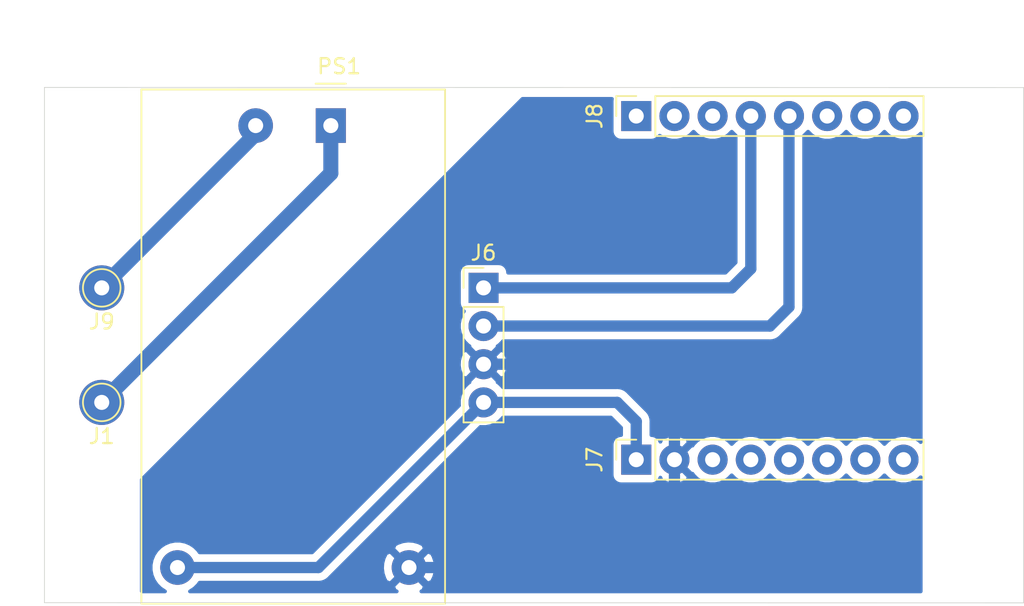
<source format=kicad_pcb>
(kicad_pcb (version 20171130) (host pcbnew "(5.0.2)-1")

  (general
    (thickness 1.6)
    (drawings 4)
    (tracks 21)
    (zones 0)
    (modules 6)
    (nets 7)
  )

  (page A4)
  (layers
    (0 F.Cu signal)
    (31 B.Cu signal)
    (32 B.Adhes user)
    (33 F.Adhes user)
    (34 B.Paste user)
    (35 F.Paste user)
    (36 B.SilkS user)
    (37 F.SilkS user)
    (38 B.Mask user)
    (39 F.Mask user)
    (40 Dwgs.User user)
    (41 Cmts.User user)
    (42 Eco1.User user)
    (43 Eco2.User user)
    (44 Edge.Cuts user)
    (45 Margin user)
    (46 B.CrtYd user)
    (47 F.CrtYd user)
    (48 B.Fab user)
    (49 F.Fab user)
  )

  (setup
    (last_trace_width 0.25)
    (user_trace_width 0.5)
    (user_trace_width 0.75)
    (user_trace_width 1)
    (trace_clearance 0.2)
    (zone_clearance 0.508)
    (zone_45_only no)
    (trace_min 0.2)
    (segment_width 0.2)
    (edge_width 0.05)
    (via_size 0.8)
    (via_drill 0.4)
    (via_min_size 0.4)
    (via_min_drill 0.3)
    (uvia_size 0.3)
    (uvia_drill 0.1)
    (uvias_allowed no)
    (uvia_min_size 0.2)
    (uvia_min_drill 0.1)
    (pcb_text_width 0.3)
    (pcb_text_size 1.5 1.5)
    (mod_edge_width 0.12)
    (mod_text_size 1 1)
    (mod_text_width 0.15)
    (pad_size 2 2)
    (pad_drill 1)
    (pad_to_mask_clearance 0)
    (solder_mask_min_width 0.25)
    (aux_axis_origin 0 0)
    (visible_elements 7FFFFFFF)
    (pcbplotparams
      (layerselection 0x00000_fffffffe)
      (usegerberextensions false)
      (usegerberattributes true)
      (usegerberadvancedattributes true)
      (creategerberjobfile true)
      (excludeedgelayer false)
      (linewidth 0.100000)
      (plotframeref false)
      (viasonmask false)
      (mode 1)
      (useauxorigin false)
      (hpglpennumber 1)
      (hpglpenspeed 20)
      (hpglpendiameter 15.000000)
      (psnegative false)
      (psa4output false)
      (plotreference false)
      (plotvalue false)
      (plotinvisibletext false)
      (padsonsilk true)
      (subtractmaskfromsilk false)
      (outputformat 5)
      (mirror false)
      (drillshape 1)
      (scaleselection 1)
      (outputdirectory ""))
  )

  (net 0 "")
  (net 1 "Net-(J1-Pad1)")
  (net 2 /ac_neutral)
  (net 3 /dc_5v)
  (net 4 /gnd)
  (net 5 /clk)
  (net 6 /dio)

  (net_class Default "This is the default net class."
    (clearance 0.2)
    (trace_width 0.25)
    (via_dia 0.8)
    (via_drill 0.4)
    (uvia_dia 0.3)
    (uvia_drill 0.1)
    (add_net /ac_neutral)
    (add_net /clk)
    (add_net /dc_5v)
    (add_net /dio)
    (add_net /gnd)
    (add_net "Net-(J1-Pad1)")
  )

  (module Connector_PinHeader_2.54mm:PinHeader_1x04_P2.54mm_Vertical (layer F.Cu) (tedit 5FEDAB0F) (tstamp 5FC96158)
    (at 52.07 29.21)
    (descr "Through hole straight pin header, 1x04, 2.54mm pitch, single row")
    (tags "Through hole pin header THT 1x04 2.54mm single row")
    (path /5FC9B056)
    (fp_text reference J6 (at 0 -2.33) (layer F.SilkS)
      (effects (font (size 1 1) (thickness 0.15)))
    )
    (fp_text value Conn_01x04_Male (at 0 9.95) (layer F.Fab)
      (effects (font (size 1 1) (thickness 0.15)))
    )
    (fp_line (start 1.8 -1.8) (end -1.8 -1.8) (layer F.CrtYd) (width 0.05))
    (fp_line (start 1.8 9.4) (end 1.8 -1.8) (layer F.CrtYd) (width 0.05))
    (fp_line (start -1.8 9.4) (end 1.8 9.4) (layer F.CrtYd) (width 0.05))
    (fp_line (start -1.8 -1.8) (end -1.8 9.4) (layer F.CrtYd) (width 0.05))
    (fp_line (start -1.33 -1.33) (end 0 -1.33) (layer F.SilkS) (width 0.12))
    (fp_line (start -1.33 0) (end -1.33 -1.33) (layer F.SilkS) (width 0.12))
    (fp_line (start -1.33 1.27) (end 1.33 1.27) (layer F.SilkS) (width 0.12))
    (fp_line (start 1.33 1.27) (end 1.33 8.95) (layer F.SilkS) (width 0.12))
    (fp_line (start -1.33 1.27) (end -1.33 8.95) (layer F.SilkS) (width 0.12))
    (fp_line (start -1.33 8.95) (end 1.33 8.95) (layer F.SilkS) (width 0.12))
    (fp_line (start -1.27 -0.635) (end -0.635 -1.27) (layer F.Fab) (width 0.1))
    (fp_line (start -1.27 8.89) (end -1.27 -0.635) (layer F.Fab) (width 0.1))
    (fp_line (start 1.27 8.89) (end -1.27 8.89) (layer F.Fab) (width 0.1))
    (fp_line (start 1.27 -1.27) (end 1.27 8.89) (layer F.Fab) (width 0.1))
    (fp_line (start -0.635 -1.27) (end 1.27 -1.27) (layer F.Fab) (width 0.1))
    (fp_text user %R (at 0 3.81 90) (layer F.Fab)
      (effects (font (size 1 1) (thickness 0.15)))
    )
    (pad 1 thru_hole rect (at 0 0) (size 2 2) (drill 1) (layers *.Cu *.Mask)
      (net 5 /clk))
    (pad 2 thru_hole circle (at 0 2.54) (size 2 2) (drill 1) (layers *.Cu *.Mask)
      (net 6 /dio))
    (pad 3 thru_hole circle (at 0 5.08) (size 2 2) (drill 1) (layers *.Cu *.Mask)
      (net 4 /gnd))
    (pad 4 thru_hole circle (at 0 7.62) (size 2 2) (drill 1) (layers *.Cu *.Mask)
      (net 3 /dc_5v))
    (model ${KISYS3DMOD}/Connector_PinHeader_2.54mm.3dshapes/PinHeader_1x04_P2.54mm_Vertical.wrl
      (at (xyz 0 0 0))
      (scale (xyz 1 1 1))
      (rotate (xyz 0 0 0))
    )
  )

  (module Connector_PinSocket_2.54mm:PinSocket_1x08_P2.54mm_Vertical (layer F.Cu) (tedit 5FC961AB) (tstamp 5FC96174)
    (at 62.23 40.64 90)
    (descr "Through hole straight socket strip, 1x08, 2.54mm pitch, single row (from Kicad 4.0.7), script generated")
    (tags "Through hole socket strip THT 1x08 2.54mm single row")
    (path /5FC9B915)
    (fp_text reference J7 (at 0 -2.77 90) (layer F.SilkS)
      (effects (font (size 1 1) (thickness 0.15)))
    )
    (fp_text value Conn_01x08_Female (at 0 20.55 90) (layer F.Fab)
      (effects (font (size 1 1) (thickness 0.15)))
    )
    (fp_line (start -1.8 19.55) (end -1.8 -1.8) (layer F.CrtYd) (width 0.05))
    (fp_line (start 1.75 19.55) (end -1.8 19.55) (layer F.CrtYd) (width 0.05))
    (fp_line (start 1.75 -1.8) (end 1.75 19.55) (layer F.CrtYd) (width 0.05))
    (fp_line (start -1.8 -1.8) (end 1.75 -1.8) (layer F.CrtYd) (width 0.05))
    (fp_line (start 0 -1.33) (end 1.33 -1.33) (layer F.SilkS) (width 0.12))
    (fp_line (start 1.33 -1.33) (end 1.33 0) (layer F.SilkS) (width 0.12))
    (fp_line (start 1.33 1.27) (end 1.33 19.11) (layer F.SilkS) (width 0.12))
    (fp_line (start -1.33 19.11) (end 1.33 19.11) (layer F.SilkS) (width 0.12))
    (fp_line (start -1.33 1.27) (end -1.33 19.11) (layer F.SilkS) (width 0.12))
    (fp_line (start -1.33 1.27) (end 1.33 1.27) (layer F.SilkS) (width 0.12))
    (fp_line (start -1.27 19.05) (end -1.27 -1.27) (layer F.Fab) (width 0.1))
    (fp_line (start 1.27 19.05) (end -1.27 19.05) (layer F.Fab) (width 0.1))
    (fp_line (start 1.27 -0.635) (end 1.27 19.05) (layer F.Fab) (width 0.1))
    (fp_line (start 0.635 -1.27) (end 1.27 -0.635) (layer F.Fab) (width 0.1))
    (fp_line (start -1.27 -1.27) (end 0.635 -1.27) (layer F.Fab) (width 0.1))
    (fp_text user %R (at 0 8.89) (layer F.Fab)
      (effects (font (size 1 1) (thickness 0.15)))
    )
    (pad 1 thru_hole rect (at 0 0 90) (size 2 2) (drill 1) (layers *.Cu *.Mask)
      (net 3 /dc_5v))
    (pad 2 thru_hole circle (at 0 2.54 90) (size 2 2) (drill 1) (layers *.Cu *.Mask)
      (net 4 /gnd))
    (pad 3 thru_hole circle (at 0 5.08 90) (size 2 2) (drill 1) (layers *.Cu *.Mask))
    (pad 4 thru_hole circle (at 0 7.62 90) (size 2 2) (drill 1) (layers *.Cu *.Mask))
    (pad 5 thru_hole circle (at 0 10.16 90) (size 2 2) (drill 1) (layers *.Cu *.Mask))
    (pad 6 thru_hole circle (at 0 12.7 90) (size 2 2) (drill 1) (layers *.Cu *.Mask))
    (pad 7 thru_hole circle (at 0 15.24 90) (size 2 2) (drill 1) (layers *.Cu *.Mask))
    (pad 8 thru_hole circle (at 0 17.78 90) (size 2 2) (drill 1) (layers *.Cu *.Mask))
    (model ${KISYS3DMOD}/Connector_PinSocket_2.54mm.3dshapes/PinSocket_1x08_P2.54mm_Vertical.wrl
      (at (xyz 0 0 0))
      (scale (xyz 1 1 1))
      (rotate (xyz 0 0 0))
    )
  )

  (module Connector_PinSocket_2.54mm:PinSocket_1x08_P2.54mm_Vertical (layer F.Cu) (tedit 5FC961C4) (tstamp 5FC96190)
    (at 62.23 17.78 90)
    (descr "Through hole straight socket strip, 1x08, 2.54mm pitch, single row (from Kicad 4.0.7), script generated")
    (tags "Through hole socket strip THT 1x08 2.54mm single row")
    (path /5FC9C10B)
    (fp_text reference J8 (at 0 -2.77 90) (layer F.SilkS)
      (effects (font (size 1 1) (thickness 0.15)))
    )
    (fp_text value Conn_01x08_Female (at 0 20.55 90) (layer F.Fab)
      (effects (font (size 1 1) (thickness 0.15)))
    )
    (fp_line (start -1.27 -1.27) (end 0.635 -1.27) (layer F.Fab) (width 0.1))
    (fp_line (start 0.635 -1.27) (end 1.27 -0.635) (layer F.Fab) (width 0.1))
    (fp_line (start 1.27 -0.635) (end 1.27 19.05) (layer F.Fab) (width 0.1))
    (fp_line (start 1.27 19.05) (end -1.27 19.05) (layer F.Fab) (width 0.1))
    (fp_line (start -1.27 19.05) (end -1.27 -1.27) (layer F.Fab) (width 0.1))
    (fp_line (start -1.33 1.27) (end 1.33 1.27) (layer F.SilkS) (width 0.12))
    (fp_line (start -1.33 1.27) (end -1.33 19.11) (layer F.SilkS) (width 0.12))
    (fp_line (start -1.33 19.11) (end 1.33 19.11) (layer F.SilkS) (width 0.12))
    (fp_line (start 1.33 1.27) (end 1.33 19.11) (layer F.SilkS) (width 0.12))
    (fp_line (start 1.33 -1.33) (end 1.33 0) (layer F.SilkS) (width 0.12))
    (fp_line (start 0 -1.33) (end 1.33 -1.33) (layer F.SilkS) (width 0.12))
    (fp_line (start -1.8 -1.8) (end 1.75 -1.8) (layer F.CrtYd) (width 0.05))
    (fp_line (start 1.75 -1.8) (end 1.75 19.55) (layer F.CrtYd) (width 0.05))
    (fp_line (start 1.75 19.55) (end -1.8 19.55) (layer F.CrtYd) (width 0.05))
    (fp_line (start -1.8 19.55) (end -1.8 -1.8) (layer F.CrtYd) (width 0.05))
    (fp_text user %R (at 0 8.89) (layer F.Fab)
      (effects (font (size 1 1) (thickness 0.15)))
    )
    (pad 8 thru_hole circle (at 0 17.78 90) (size 2 2) (drill 1) (layers *.Cu *.Mask))
    (pad 7 thru_hole circle (at 0 15.24 90) (size 2 2) (drill 1) (layers *.Cu *.Mask))
    (pad 6 thru_hole circle (at 0 12.7 90) (size 2 2) (drill 1) (layers *.Cu *.Mask))
    (pad 5 thru_hole circle (at 0 10.16 90) (size 2 2) (drill 1) (layers *.Cu *.Mask)
      (net 6 /dio))
    (pad 4 thru_hole circle (at 0 7.62 90) (size 2 2) (drill 1) (layers *.Cu *.Mask)
      (net 5 /clk))
    (pad 3 thru_hole circle (at 0 5.08 90) (size 2 2) (drill 1) (layers *.Cu *.Mask))
    (pad 2 thru_hole circle (at 0 2.54 90) (size 2 2) (drill 1) (layers *.Cu *.Mask))
    (pad 1 thru_hole rect (at 0 0 90) (size 2 2) (drill 1) (layers *.Cu *.Mask))
    (model ${KISYS3DMOD}/Connector_PinSocket_2.54mm.3dshapes/PinSocket_1x08_P2.54mm_Vertical.wrl
      (at (xyz 0 0 0))
      (scale (xyz 1 1 1))
      (rotate (xyz 0 0 0))
    )
  )

  (module Connector_Pin:Pin_D1.0mm_L10.0mm (layer F.Cu) (tedit 5FC958F4) (tstamp 5FC96FCE)
    (at 26.67 36.83)
    (descr "solder Pin_ diameter 1.0mm, hole diameter 1.0mm (press fit), length 10.0mm")
    (tags "solder Pin_ press fit")
    (path /5FCB40A9)
    (fp_text reference J1 (at 0 2.25) (layer F.SilkS)
      (effects (font (size 1 1) (thickness 0.15)))
    )
    (fp_text value Conn_01x01_Male (at 0 -2.05) (layer F.Fab)
      (effects (font (size 1 1) (thickness 0.15)))
    )
    (fp_circle (center 0 0) (end 1.5 0) (layer F.CrtYd) (width 0.05))
    (fp_circle (center 0 0) (end 0.5 0) (layer F.Fab) (width 0.12))
    (fp_circle (center 0 0) (end 1 0) (layer F.Fab) (width 0.12))
    (fp_circle (center 0 0) (end 1.25 0.05) (layer F.SilkS) (width 0.12))
    (fp_text user %R (at 0 2.25) (layer F.Fab)
      (effects (font (size 1 1) (thickness 0.15)))
    )
    (pad 1 thru_hole circle (at 0 0) (size 3 3) (drill 1) (layers *.Cu *.Mask)
      (net 1 "Net-(J1-Pad1)"))
    (model ${KISYS3DMOD}/Connector_Pin.3dshapes/Pin_D1.0mm_L10.0mm.wrl
      (at (xyz 0 0 0))
      (scale (xyz 1 1 1))
      (rotate (xyz 0 0 0))
    )
  )

  (module Connector_Pin:Pin_D1.0mm_L10.0mm (layer F.Cu) (tedit 5FC958FA) (tstamp 5FC96FD8)
    (at 26.67 29.21)
    (descr "solder Pin_ diameter 1.0mm, hole diameter 1.0mm (press fit), length 10.0mm")
    (tags "solder Pin_ press fit")
    (path /5FCB3A74)
    (fp_text reference J9 (at 0 2.25) (layer F.SilkS)
      (effects (font (size 1 1) (thickness 0.15)))
    )
    (fp_text value Conn_01x01_Male (at 0 -2.05) (layer F.Fab)
      (effects (font (size 1 1) (thickness 0.15)))
    )
    (fp_circle (center 0 0) (end 1.25 0.05) (layer F.SilkS) (width 0.12))
    (fp_circle (center 0 0) (end 1 0) (layer F.Fab) (width 0.12))
    (fp_circle (center 0 0) (end 0.5 0) (layer F.Fab) (width 0.12))
    (fp_circle (center 0 0) (end 1.5 0) (layer F.CrtYd) (width 0.05))
    (fp_text user %R (at 0 2.25) (layer F.Fab)
      (effects (font (size 1 1) (thickness 0.15)))
    )
    (pad 1 thru_hole circle (at 0 0) (size 3 3) (drill 1) (layers *.Cu *.Mask)
      (net 2 /ac_neutral))
    (model ${KISYS3DMOD}/Connector_Pin.3dshapes/Pin_D1.0mm_L10.0mm.wrl
      (at (xyz 0 0 0))
      (scale (xyz 1 1 1))
      (rotate (xyz 0 0 0))
    )
  )

  (module Converter_ACDC:Converter_ACDC_HiLink_HLK-PMxx (layer F.Cu) (tedit 5C1AC1CD) (tstamp 5FE78D65)
    (at 41.91 18.415 270)
    (descr "ACDC-Converter, 3W, HiLink, HLK-PMxx, THT, http://www.hlktech.net/product_detail.php?ProId=54")
    (tags "ACDC-Converter 3W THT HiLink board mount module")
    (path /5FE79270)
    (fp_text reference PS1 (at -3.94 -0.55) (layer F.SilkS)
      (effects (font (size 1 1) (thickness 0.15)))
    )
    (fp_text value HLK-PM01 (at 15.79 13.85 90) (layer F.Fab)
      (effects (font (size 1 1) (thickness 0.15)))
    )
    (fp_line (start -2.3 12.5) (end 31.7 12.5) (layer F.Fab) (width 0.1))
    (fp_line (start 31.7 12.5) (end 31.7 -7.5) (layer F.Fab) (width 0.1))
    (fp_line (start -2.3 12.5) (end -2.3 0.99) (layer F.Fab) (width 0.1))
    (fp_line (start -2.3 -7.5) (end 31.7 -7.5) (layer F.Fab) (width 0.1))
    (fp_line (start -1.29 0) (end -2.29 1) (layer F.Fab) (width 0.1))
    (fp_line (start -2.29 -1) (end -1.29 0) (layer F.Fab) (width 0.1))
    (fp_line (start -2.3 -1) (end -2.3 -7.5) (layer F.Fab) (width 0.1))
    (fp_line (start -2.55 12.75) (end 31.95 12.75) (layer F.CrtYd) (width 0.05))
    (fp_line (start 31.95 12.75) (end 31.95 -7.75) (layer F.CrtYd) (width 0.05))
    (fp_line (start 31.95 -7.75) (end -2.55 -7.75) (layer F.CrtYd) (width 0.05))
    (fp_line (start -2.55 -7.75) (end -2.55 12.75) (layer F.CrtYd) (width 0.05))
    (fp_line (start -2.4 -7.6) (end -2.4 12.6) (layer F.SilkS) (width 0.12))
    (fp_line (start -2.4 12.6) (end 31.8 12.6) (layer F.SilkS) (width 0.12))
    (fp_line (start 31.8 12.6) (end 31.8 -7.6) (layer F.SilkS) (width 0.12))
    (fp_line (start 31.8 -7.6) (end -2.4 -7.6) (layer F.SilkS) (width 0.12))
    (fp_line (start -2.79 -1) (end -2.79 1.01) (layer F.SilkS) (width 0.12))
    (fp_text user %R (at 14.68 1.17 90) (layer F.Fab)
      (effects (font (size 1 1) (thickness 0.15)))
    )
    (pad 3 thru_hole circle (at 29.4 -5.2 270) (size 2.3 2.3) (drill 1) (layers *.Cu *.Mask)
      (net 4 /gnd))
    (pad 1 thru_hole rect (at 0 0 270) (size 2.3 2) (drill 1) (layers *.Cu *.Mask)
      (net 1 "Net-(J1-Pad1)"))
    (pad 2 thru_hole circle (at 0 5 270) (size 2.3 2.3) (drill 1) (layers *.Cu *.Mask)
      (net 2 /ac_neutral))
    (pad 4 thru_hole circle (at 29.4 10.2 270) (size 2.3 2.3) (drill 1) (layers *.Cu *.Mask)
      (net 3 /dc_5v))
    (model ${KISYS3DMOD}/Converter_ACDC.3dshapes/Converter_ACDC_HiLink_HLK-PMxx.wrl
      (at (xyz 0 0 0))
      (scale (xyz 1 1 1))
      (rotate (xyz 0 0 0))
    )
  )

  (gr_line (start 88 15.885) (end 22.86 15.875) (layer Edge.Cuts) (width 0.05) (tstamp 5FC96DAE))
  (gr_line (start 88 50.165) (end 88 15.885) (layer Edge.Cuts) (width 0.05))
  (gr_line (start 22.86 50.155) (end 88 50.165) (layer Edge.Cuts) (width 0.05))
  (gr_line (start 22.86 15.875) (end 22.86 50.155) (layer Edge.Cuts) (width 0.05))

  (segment (start 41.91 21.59) (end 26.67 36.83) (width 1) (layer B.Cu) (net 1))
  (segment (start 41.91 18.415) (end 41.91 21.59) (width 1) (layer B.Cu) (net 1))
  (segment (start 36.91 18.97) (end 36.91 18.415) (width 1) (layer B.Cu) (net 2))
  (segment (start 26.67 29.21) (end 36.91 18.97) (width 1) (layer B.Cu) (net 2))
  (segment (start 41.085 47.815) (end 52.07 36.83) (width 0.75) (layer B.Cu) (net 3))
  (segment (start 31.71 47.815) (end 41.085 47.815) (width 0.75) (layer B.Cu) (net 3))
  (segment (start 52.07 36.83) (end 60.96 36.83) (width 0.75) (layer B.Cu) (net 3))
  (segment (start 60.96 36.83) (end 62.23 38.1) (width 0.75) (layer B.Cu) (net 3))
  (segment (start 62.23 38.1) (end 62.23 40.64) (width 0.75) (layer B.Cu) (net 3))
  (segment (start 63.5 34.29) (end 64.77 35.56) (width 0.75) (layer B.Cu) (net 4))
  (segment (start 47.11 47.815) (end 63.945 47.815) (width 0.75) (layer B.Cu) (net 4))
  (segment (start 63.945 47.815) (end 64.77 46.99) (width 0.75) (layer B.Cu) (net 4))
  (segment (start 52.07 34.29) (end 63.5 34.29) (width 0.75) (layer B.Cu) (net 4))
  (segment (start 64.77 35.56) (end 64.77 40.64) (width 0.75) (layer B.Cu) (net 4))
  (segment (start 64.77 40.64) (end 64.77 46.99) (width 0.75) (layer B.Cu) (net 4))
  (segment (start 68.58 29.21) (end 52.07 29.21) (width 0.75) (layer B.Cu) (net 5))
  (segment (start 69.85 27.94) (end 68.58 29.21) (width 0.75) (layer B.Cu) (net 5))
  (segment (start 69.85 17.78) (end 69.85 27.94) (width 0.75) (layer B.Cu) (net 5))
  (segment (start 71.12 31.75) (end 52.07 31.75) (width 0.75) (layer B.Cu) (net 6))
  (segment (start 72.39 30.48) (end 71.12 31.75) (width 0.75) (layer B.Cu) (net 6))
  (segment (start 72.39 17.78) (end 72.39 30.48) (width 0.75) (layer B.Cu) (net 6))

  (zone (net 4) (net_name /gnd) (layer B.Cu) (tstamp 5FEDAF8C) (hatch edge 0.508)
    (connect_pads (clearance 0.508))
    (min_thickness 0.254)
    (fill yes (arc_segments 32) (thermal_gap 0.508) (thermal_bridge_width 0.508))
    (polygon
      (pts
        (xy 81.28 20.32) (xy 81.28 33.02) (xy 81.28 38.1) (xy 81.28 49.53) (xy 33.655 49.53)
        (xy 29.21 49.53) (xy 29.21 41.91) (xy 54.61 16.51) (xy 81.28 16.51)
      )
    )
    (filled_polygon
      (pts
        (xy 60.604188 16.655518) (xy 60.591928 16.78) (xy 60.591928 18.78) (xy 60.604188 18.904482) (xy 60.640498 19.02418)
        (xy 60.699463 19.134494) (xy 60.778815 19.231185) (xy 60.875506 19.310537) (xy 60.98582 19.369502) (xy 61.105518 19.405812)
        (xy 61.23 19.418072) (xy 63.23 19.418072) (xy 63.354482 19.405812) (xy 63.47418 19.369502) (xy 63.584494 19.310537)
        (xy 63.681185 19.231185) (xy 63.760537 19.134494) (xy 63.785191 19.08837) (xy 63.995537 19.228918) (xy 64.293088 19.352168)
        (xy 64.608967 19.415) (xy 64.931033 19.415) (xy 65.246912 19.352168) (xy 65.544463 19.228918) (xy 65.812252 19.049987)
        (xy 66.039987 18.822252) (xy 66.04 18.822233) (xy 66.040013 18.822252) (xy 66.267748 19.049987) (xy 66.535537 19.228918)
        (xy 66.833088 19.352168) (xy 67.148967 19.415) (xy 67.471033 19.415) (xy 67.786912 19.352168) (xy 68.084463 19.228918)
        (xy 68.352252 19.049987) (xy 68.579987 18.822252) (xy 68.58 18.822233) (xy 68.580013 18.822252) (xy 68.807748 19.049987)
        (xy 68.84 19.071537) (xy 68.840001 27.521644) (xy 68.161645 28.2) (xy 53.707087 28.2) (xy 53.695812 28.085518)
        (xy 53.659502 27.96582) (xy 53.600537 27.855506) (xy 53.521185 27.758815) (xy 53.424494 27.679463) (xy 53.31418 27.620498)
        (xy 53.194482 27.584188) (xy 53.07 27.571928) (xy 51.07 27.571928) (xy 50.945518 27.584188) (xy 50.82582 27.620498)
        (xy 50.715506 27.679463) (xy 50.618815 27.758815) (xy 50.539463 27.855506) (xy 50.480498 27.96582) (xy 50.444188 28.085518)
        (xy 50.431928 28.21) (xy 50.431928 30.21) (xy 50.444188 30.334482) (xy 50.480498 30.45418) (xy 50.539463 30.564494)
        (xy 50.618815 30.661185) (xy 50.715506 30.740537) (xy 50.76163 30.765191) (xy 50.621082 30.975537) (xy 50.497832 31.273088)
        (xy 50.435 31.588967) (xy 50.435 31.911033) (xy 50.497832 32.226912) (xy 50.621082 32.524463) (xy 50.800013 32.792252)
        (xy 51.027748 33.019987) (xy 51.1366 33.09272) (xy 51.114192 33.154587) (xy 52.07 34.110395) (xy 53.025808 33.154587)
        (xy 53.0034 33.09272) (xy 53.112252 33.019987) (xy 53.339987 32.792252) (xy 53.361537 32.76) (xy 71.070392 32.76)
        (xy 71.12 32.764886) (xy 71.317994 32.745385) (xy 71.50838 32.687632) (xy 71.68384 32.593847) (xy 71.837633 32.467633)
        (xy 71.869261 32.429094) (xy 73.069094 31.229261) (xy 73.107633 31.197633) (xy 73.233847 31.04384) (xy 73.327632 30.86838)
        (xy 73.385385 30.677994) (xy 73.4 30.529608) (xy 73.4 30.529606) (xy 73.404886 30.480001) (xy 73.4 30.430396)
        (xy 73.4 19.071537) (xy 73.432252 19.049987) (xy 73.659987 18.822252) (xy 73.66 18.822233) (xy 73.660013 18.822252)
        (xy 73.887748 19.049987) (xy 74.155537 19.228918) (xy 74.453088 19.352168) (xy 74.768967 19.415) (xy 75.091033 19.415)
        (xy 75.406912 19.352168) (xy 75.704463 19.228918) (xy 75.972252 19.049987) (xy 76.199987 18.822252) (xy 76.2 18.822233)
        (xy 76.200013 18.822252) (xy 76.427748 19.049987) (xy 76.695537 19.228918) (xy 76.993088 19.352168) (xy 77.308967 19.415)
        (xy 77.631033 19.415) (xy 77.946912 19.352168) (xy 78.244463 19.228918) (xy 78.512252 19.049987) (xy 78.739987 18.822252)
        (xy 78.74 18.822233) (xy 78.740013 18.822252) (xy 78.967748 19.049987) (xy 79.235537 19.228918) (xy 79.533088 19.352168)
        (xy 79.848967 19.415) (xy 80.171033 19.415) (xy 80.486912 19.352168) (xy 80.784463 19.228918) (xy 81.052252 19.049987)
        (xy 81.153 18.949239) (xy 81.153 39.470761) (xy 81.052252 39.370013) (xy 80.784463 39.191082) (xy 80.486912 39.067832)
        (xy 80.171033 39.005) (xy 79.848967 39.005) (xy 79.533088 39.067832) (xy 79.235537 39.191082) (xy 78.967748 39.370013)
        (xy 78.740013 39.597748) (xy 78.74 39.597767) (xy 78.739987 39.597748) (xy 78.512252 39.370013) (xy 78.244463 39.191082)
        (xy 77.946912 39.067832) (xy 77.631033 39.005) (xy 77.308967 39.005) (xy 76.993088 39.067832) (xy 76.695537 39.191082)
        (xy 76.427748 39.370013) (xy 76.200013 39.597748) (xy 76.2 39.597767) (xy 76.199987 39.597748) (xy 75.972252 39.370013)
        (xy 75.704463 39.191082) (xy 75.406912 39.067832) (xy 75.091033 39.005) (xy 74.768967 39.005) (xy 74.453088 39.067832)
        (xy 74.155537 39.191082) (xy 73.887748 39.370013) (xy 73.660013 39.597748) (xy 73.66 39.597767) (xy 73.659987 39.597748)
        (xy 73.432252 39.370013) (xy 73.164463 39.191082) (xy 72.866912 39.067832) (xy 72.551033 39.005) (xy 72.228967 39.005)
        (xy 71.913088 39.067832) (xy 71.615537 39.191082) (xy 71.347748 39.370013) (xy 71.120013 39.597748) (xy 71.12 39.597767)
        (xy 71.119987 39.597748) (xy 70.892252 39.370013) (xy 70.624463 39.191082) (xy 70.326912 39.067832) (xy 70.011033 39.005)
        (xy 69.688967 39.005) (xy 69.373088 39.067832) (xy 69.075537 39.191082) (xy 68.807748 39.370013) (xy 68.580013 39.597748)
        (xy 68.58 39.597767) (xy 68.579987 39.597748) (xy 68.352252 39.370013) (xy 68.084463 39.191082) (xy 67.786912 39.067832)
        (xy 67.471033 39.005) (xy 67.148967 39.005) (xy 66.833088 39.067832) (xy 66.535537 39.191082) (xy 66.267748 39.370013)
        (xy 66.040013 39.597748) (xy 65.96728 39.7066) (xy 65.905413 39.684192) (xy 64.949605 40.64) (xy 65.905413 41.595808)
        (xy 65.96728 41.5734) (xy 66.040013 41.682252) (xy 66.267748 41.909987) (xy 66.535537 42.088918) (xy 66.833088 42.212168)
        (xy 67.148967 42.275) (xy 67.471033 42.275) (xy 67.786912 42.212168) (xy 68.084463 42.088918) (xy 68.352252 41.909987)
        (xy 68.579987 41.682252) (xy 68.58 41.682233) (xy 68.580013 41.682252) (xy 68.807748 41.909987) (xy 69.075537 42.088918)
        (xy 69.373088 42.212168) (xy 69.688967 42.275) (xy 70.011033 42.275) (xy 70.326912 42.212168) (xy 70.624463 42.088918)
        (xy 70.892252 41.909987) (xy 71.119987 41.682252) (xy 71.12 41.682233) (xy 71.120013 41.682252) (xy 71.347748 41.909987)
        (xy 71.615537 42.088918) (xy 71.913088 42.212168) (xy 72.228967 42.275) (xy 72.551033 42.275) (xy 72.866912 42.212168)
        (xy 73.164463 42.088918) (xy 73.432252 41.909987) (xy 73.659987 41.682252) (xy 73.66 41.682233) (xy 73.660013 41.682252)
        (xy 73.887748 41.909987) (xy 74.155537 42.088918) (xy 74.453088 42.212168) (xy 74.768967 42.275) (xy 75.091033 42.275)
        (xy 75.406912 42.212168) (xy 75.704463 42.088918) (xy 75.972252 41.909987) (xy 76.199987 41.682252) (xy 76.2 41.682233)
        (xy 76.200013 41.682252) (xy 76.427748 41.909987) (xy 76.695537 42.088918) (xy 76.993088 42.212168) (xy 77.308967 42.275)
        (xy 77.631033 42.275) (xy 77.946912 42.212168) (xy 78.244463 42.088918) (xy 78.512252 41.909987) (xy 78.739987 41.682252)
        (xy 78.74 41.682233) (xy 78.740013 41.682252) (xy 78.967748 41.909987) (xy 79.235537 42.088918) (xy 79.533088 42.212168)
        (xy 79.848967 42.275) (xy 80.171033 42.275) (xy 80.486912 42.212168) (xy 80.784463 42.088918) (xy 81.052252 41.909987)
        (xy 81.153 41.809239) (xy 81.153 49.403) (xy 47.935572 49.403) (xy 48.058882 49.33709) (xy 48.172744 49.057349)
        (xy 47.11 47.994605) (xy 46.047256 49.057349) (xy 46.161118 49.33709) (xy 46.294391 49.403) (xy 32.54066 49.403)
        (xy 32.555515 49.396847) (xy 32.847871 49.2015) (xy 33.0965 48.952871) (xy 33.181941 48.825) (xy 41.035392 48.825)
        (xy 41.085 48.829886) (xy 41.282994 48.810385) (xy 41.47338 48.752632) (xy 41.64884 48.658847) (xy 41.802633 48.532633)
        (xy 41.834261 48.494094) (xy 42.456694 47.871661) (xy 45.317259 47.871661) (xy 45.36276 48.220319) (xy 45.475406 48.5534)
        (xy 45.58791 48.763882) (xy 45.867651 48.877744) (xy 46.930395 47.815) (xy 47.289605 47.815) (xy 48.352349 48.877744)
        (xy 48.63209 48.763882) (xy 48.787961 48.448704) (xy 48.879349 48.109174) (xy 48.902741 47.758339) (xy 48.85724 47.409681)
        (xy 48.744594 47.0766) (xy 48.63209 46.866118) (xy 48.352349 46.752256) (xy 47.289605 47.815) (xy 46.930395 47.815)
        (xy 45.867651 46.752256) (xy 45.58791 46.866118) (xy 45.432039 47.181296) (xy 45.340651 47.520826) (xy 45.317259 47.871661)
        (xy 42.456694 47.871661) (xy 43.755704 46.572651) (xy 46.047256 46.572651) (xy 47.11 47.635395) (xy 48.172744 46.572651)
        (xy 48.058882 46.29291) (xy 47.743704 46.137039) (xy 47.404174 46.045651) (xy 47.053339 46.022259) (xy 46.704681 46.06776)
        (xy 46.3716 46.180406) (xy 46.161118 46.29291) (xy 46.047256 46.572651) (xy 43.755704 46.572651) (xy 51.870923 38.457433)
        (xy 51.908967 38.465) (xy 52.231033 38.465) (xy 52.546912 38.402168) (xy 52.844463 38.278918) (xy 53.112252 38.099987)
        (xy 53.339987 37.872252) (xy 53.361537 37.84) (xy 60.541645 37.84) (xy 61.22 38.518355) (xy 61.22 39.002913)
        (xy 61.105518 39.014188) (xy 60.98582 39.050498) (xy 60.875506 39.109463) (xy 60.778815 39.188815) (xy 60.699463 39.285506)
        (xy 60.640498 39.39582) (xy 60.604188 39.515518) (xy 60.591928 39.64) (xy 60.591928 41.64) (xy 60.604188 41.764482)
        (xy 60.640498 41.88418) (xy 60.699463 41.994494) (xy 60.778815 42.091185) (xy 60.875506 42.170537) (xy 60.98582 42.229502)
        (xy 61.105518 42.265812) (xy 61.23 42.278072) (xy 63.23 42.278072) (xy 63.354482 42.265812) (xy 63.47418 42.229502)
        (xy 63.584494 42.170537) (xy 63.681185 42.091185) (xy 63.760537 41.994494) (xy 63.819502 41.88418) (xy 63.835037 41.832967)
        (xy 63.909956 42.039814) (xy 64.199571 42.180704) (xy 64.511108 42.262384) (xy 64.832595 42.281718) (xy 65.151675 42.237961)
        (xy 65.456088 42.132795) (xy 65.630044 42.039814) (xy 65.725808 41.775413) (xy 64.77 40.819605) (xy 64.755858 40.833748)
        (xy 64.576253 40.654143) (xy 64.590395 40.64) (xy 64.576253 40.625858) (xy 64.755858 40.446253) (xy 64.77 40.460395)
        (xy 65.725808 39.504587) (xy 65.630044 39.240186) (xy 65.340429 39.099296) (xy 65.028892 39.017616) (xy 64.707405 38.998282)
        (xy 64.388325 39.042039) (xy 64.083912 39.147205) (xy 63.909956 39.240186) (xy 63.835037 39.447033) (xy 63.819502 39.39582)
        (xy 63.760537 39.285506) (xy 63.681185 39.188815) (xy 63.584494 39.109463) (xy 63.47418 39.050498) (xy 63.354482 39.014188)
        (xy 63.24 39.002913) (xy 63.24 38.149604) (xy 63.244886 38.099999) (xy 63.23213 37.970491) (xy 63.225385 37.902006)
        (xy 63.167632 37.71162) (xy 63.073847 37.53616) (xy 62.947633 37.382367) (xy 62.909094 37.350739) (xy 61.709261 36.150906)
        (xy 61.677633 36.112367) (xy 61.52384 35.986153) (xy 61.34838 35.892368) (xy 61.157994 35.834615) (xy 61.009608 35.82)
        (xy 60.96 35.815114) (xy 60.910392 35.82) (xy 53.361537 35.82) (xy 53.339987 35.787748) (xy 53.112252 35.560013)
        (xy 53.0034 35.48728) (xy 53.025808 35.425413) (xy 52.07 34.469605) (xy 51.114192 35.425413) (xy 51.1366 35.48728)
        (xy 51.027748 35.560013) (xy 50.800013 35.787748) (xy 50.621082 36.055537) (xy 50.497832 36.353088) (xy 50.435 36.668967)
        (xy 50.435 36.991033) (xy 50.442567 37.029077) (xy 40.666645 46.805) (xy 33.181941 46.805) (xy 33.0965 46.677129)
        (xy 32.847871 46.4285) (xy 32.555515 46.233153) (xy 32.230665 46.098596) (xy 31.885807 46.03) (xy 31.534193 46.03)
        (xy 31.189335 46.098596) (xy 30.864485 46.233153) (xy 30.572129 46.4285) (xy 30.3235 46.677129) (xy 30.128153 46.969485)
        (xy 29.993596 47.294335) (xy 29.925 47.639193) (xy 29.925 47.990807) (xy 29.993596 48.335665) (xy 30.128153 48.660515)
        (xy 30.3235 48.952871) (xy 30.572129 49.2015) (xy 30.864485 49.396847) (xy 30.87934 49.403) (xy 29.337 49.403)
        (xy 29.337 41.962606) (xy 36.947011 34.352595) (xy 50.428282 34.352595) (xy 50.472039 34.671675) (xy 50.577205 34.976088)
        (xy 50.670186 35.150044) (xy 50.934587 35.245808) (xy 51.890395 34.29) (xy 52.249605 34.29) (xy 53.205413 35.245808)
        (xy 53.469814 35.150044) (xy 53.610704 34.860429) (xy 53.692384 34.548892) (xy 53.711718 34.227405) (xy 53.667961 33.908325)
        (xy 53.562795 33.603912) (xy 53.469814 33.429956) (xy 53.205413 33.334192) (xy 52.249605 34.29) (xy 51.890395 34.29)
        (xy 50.934587 33.334192) (xy 50.670186 33.429956) (xy 50.529296 33.719571) (xy 50.447616 34.031108) (xy 50.428282 34.352595)
        (xy 36.947011 34.352595) (xy 54.662606 16.637) (xy 60.609805 16.637)
      )
    )
  )
)

</source>
